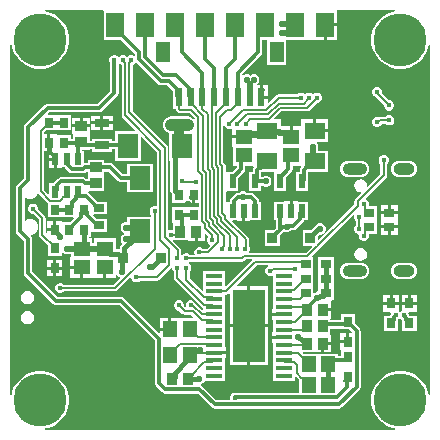
<source format=gbl>
%TF.GenerationSoftware,Altium Limited,Altium Designer,25.6.2 (33)*%
G04 Layer_Physical_Order=4*
G04 Layer_Color=16711680*
%FSLAX45Y45*%
%MOMM*%
%TF.SameCoordinates,DF3DBB3C-48A9-464C-9951-F34C30E37C37*%
%TF.FilePolarity,Positive*%
%TF.FileFunction,Copper,L4,Bot,Signal*%
%TF.Part,Single*%
G01*
G75*
%TA.AperFunction,SMDPad,CuDef*%
%ADD13R,1.50000X2.00000*%
%ADD15R,1.00000X0.90000*%
%ADD16R,0.90000X0.80000*%
%ADD19R,1.40000X1.30000*%
%ADD20R,0.90000X1.00000*%
%ADD24R,0.80000X0.90000*%
%TA.AperFunction,Conductor*%
%ADD31C,0.45000*%
%ADD32C,0.50000*%
%ADD33C,0.30000*%
%ADD34C,0.15000*%
%ADD36C,0.40000*%
%TA.AperFunction,ComponentPad*%
%ADD40O,2.10000X1.00000*%
%ADD41O,1.80000X1.00000*%
%TA.AperFunction,ViaPad*%
%ADD42C,4.50000*%
%ADD43C,0.55000*%
%ADD44C,0.45000*%
%TA.AperFunction,SMDPad,CuDef*%
%ADD51R,1.80000X1.40000*%
%ADD52R,0.60000X1.55000*%
%ADD53R,0.60000X1.20000*%
%ADD54R,1.47500X0.45000*%
%ADD55R,2.75000X6.20000*%
%ADD56R,1.30000X0.70000*%
%ADD57R,0.60000X1.00000*%
%ADD58R,1.20000X1.40000*%
%ADD59R,1.80000X2.10000*%
%ADD60R,0.88001X0.95999*%
%ADD61R,1.80000X2.00000*%
%ADD62R,0.94000X0.67000*%
%ADD63R,1.30000X1.40000*%
%ADD64R,1.20000X1.80000*%
%TA.AperFunction,Conductor*%
%ADD65C,0.60000*%
%ADD66C,0.20000*%
%ADD67C,1.00000*%
%ADD68C,0.85000*%
%ADD69R,0.60000X0.75304*%
G36*
X4905760Y4641000D02*
X4878536Y4635585D01*
X4833949Y4617116D01*
X4793822Y4590304D01*
X4759696Y4556179D01*
X4732884Y4516051D01*
X4714415Y4471464D01*
X4705000Y4424131D01*
Y4375870D01*
X4714415Y4328536D01*
X4732884Y4283949D01*
X4759696Y4243822D01*
X4793822Y4209696D01*
X4833949Y4182884D01*
X4878536Y4164415D01*
X4925869Y4155000D01*
X4974131D01*
X5021464Y4164415D01*
X5066051Y4182884D01*
X5106179Y4209696D01*
X5140304Y4243822D01*
X5167116Y4283949D01*
X5185585Y4328536D01*
X5191000Y4355760D01*
X5200000Y4354874D01*
Y1395126D01*
X5191000Y1394240D01*
X5185585Y1421464D01*
X5167116Y1466051D01*
X5140304Y1506179D01*
X5106179Y1540304D01*
X5066051Y1567116D01*
X5021464Y1585585D01*
X4974131Y1595000D01*
X4925869D01*
X4878536Y1585585D01*
X4833949Y1567116D01*
X4793822Y1540304D01*
X4759696Y1506179D01*
X4732884Y1466051D01*
X4714415Y1421464D01*
X4705000Y1374131D01*
Y1325870D01*
X4714415Y1278536D01*
X4732884Y1233949D01*
X4759696Y1193822D01*
X4793822Y1159696D01*
X4833949Y1132884D01*
X4878536Y1114415D01*
X4905760Y1109000D01*
X4904874Y1100000D01*
X1945126D01*
X1944240Y1109000D01*
X1971464Y1114415D01*
X2016051Y1132884D01*
X2056179Y1159696D01*
X2090304Y1193822D01*
X2117116Y1233949D01*
X2135585Y1278536D01*
X2145000Y1325870D01*
Y1374131D01*
X2135585Y1421464D01*
X2117116Y1466051D01*
X2090304Y1506179D01*
X2056179Y1540304D01*
X2016051Y1567116D01*
X1971464Y1585585D01*
X1924131Y1595000D01*
X1875870D01*
X1828536Y1585585D01*
X1783949Y1567116D01*
X1743822Y1540304D01*
X1709696Y1506179D01*
X1682884Y1466051D01*
X1664415Y1421464D01*
X1659000Y1394240D01*
X1650000Y1395126D01*
Y4354873D01*
X1659000Y4355760D01*
X1664415Y4328536D01*
X1682884Y4283949D01*
X1709696Y4243821D01*
X1743822Y4209696D01*
X1783949Y4182883D01*
X1828536Y4164415D01*
X1875870Y4155000D01*
X1924131D01*
X1971464Y4164415D01*
X2016051Y4182883D01*
X2056179Y4209696D01*
X2090304Y4243821D01*
X2117116Y4283949D01*
X2135585Y4328536D01*
X2145000Y4375869D01*
Y4424130D01*
X2135585Y4471463D01*
X2117116Y4516051D01*
X2090304Y4556178D01*
X2056179Y4590303D01*
X2016051Y4617116D01*
X1971464Y4635584D01*
X1944237Y4641000D01*
X1945124Y4650000D01*
X2434083D01*
X2441000Y4644973D01*
Y4400000D01*
X2585506D01*
X2704314Y4281191D01*
Y4267548D01*
X2696000Y4264104D01*
X2694074Y4266030D01*
X2678454Y4272500D01*
X2661546D01*
X2645926Y4266030D01*
X2635000Y4255104D01*
X2624074Y4266030D01*
X2608454Y4272500D01*
X2591546D01*
X2575926Y4266030D01*
X2565000Y4255104D01*
X2554074Y4266030D01*
X2538454Y4272500D01*
X2521546D01*
X2505926Y4266030D01*
X2493970Y4254074D01*
X2487500Y4238454D01*
Y4221546D01*
X2493970Y4205926D01*
X2494314Y4205582D01*
Y3964782D01*
X2387719Y3858186D01*
X1964908D01*
X1951252Y3855469D01*
X1939675Y3847734D01*
X1774766Y3682826D01*
X1767031Y3671248D01*
X1764314Y3657592D01*
Y3229467D01*
X1708495Y3173648D01*
X1700759Y3162070D01*
X1698043Y3148414D01*
Y2781087D01*
X1700759Y2767431D01*
X1708495Y2755853D01*
X1764314Y2700034D01*
Y2425000D01*
X1767031Y2411344D01*
X1774766Y2399766D01*
X2012206Y2162326D01*
X2023784Y2154591D01*
X2037440Y2151874D01*
X2572658D01*
X2869308Y1855224D01*
Y1495509D01*
X2872025Y1481852D01*
X2879761Y1470275D01*
X2935269Y1414766D01*
X2946847Y1407031D01*
X2960503Y1404314D01*
X3235219D01*
X3352267Y1287266D01*
X3363844Y1279531D01*
X3377500Y1276814D01*
X4430000D01*
X4443656Y1279531D01*
X4455234Y1287266D01*
X4605236Y1437269D01*
X4612972Y1448846D01*
X4615689Y1462503D01*
Y1932497D01*
X4612972Y1946154D01*
X4605236Y1957731D01*
X4565003Y1997965D01*
Y2077497D01*
X4445003D01*
Y2025686D01*
X4357498D01*
Y2037098D01*
X4362898D01*
Y2099798D01*
X4292498D01*
Y2125198D01*
X4362898D01*
Y2187897D01*
X4369992Y2192499D01*
X4385001D01*
Y2312498D01*
X4385001D01*
Y2317500D01*
X4385001D01*
Y2437498D01*
X4385001D01*
Y2442500D01*
X4385001D01*
Y2562499D01*
X4255001D01*
Y2442500D01*
X4255001D01*
Y2437498D01*
X4255001D01*
Y2317500D01*
X4255001D01*
Y2312498D01*
X4255001D01*
Y2270447D01*
X4253648Y2270178D01*
X4240417Y2261337D01*
X4240416Y2261336D01*
X4236305Y2257226D01*
X4232975D01*
X4224004Y2253510D01*
X4215004Y2259524D01*
Y2312498D01*
X4215004Y2312499D01*
Y2317500D01*
X4215004D01*
X4215004Y2321499D01*
Y2437498D01*
X4215004Y2437499D01*
Y2442500D01*
X4215004D01*
X4215004Y2446499D01*
Y2562499D01*
X4208313D01*
X4204869Y2570814D01*
X4263729Y2629674D01*
X4263730Y2629674D01*
X4551630Y2917574D01*
X4559260Y2912476D01*
X4557592Y2908450D01*
Y2891543D01*
X4564062Y2875923D01*
X4572055Y2867930D01*
Y2832067D01*
X4564066Y2824077D01*
X4557596Y2808457D01*
Y2791550D01*
X4564066Y2775929D01*
X4576021Y2763974D01*
X4591642Y2757504D01*
X4593149D01*
X4598149Y2750020D01*
X4597500Y2748454D01*
Y2731546D01*
X4603970Y2715926D01*
X4615926Y2703970D01*
X4631546Y2697500D01*
X4648454D01*
X4664074Y2703970D01*
X4676030Y2715926D01*
X4682500Y2731546D01*
Y2748453D01*
X4686741Y2754800D01*
X4752596D01*
Y2874799D01*
X4752596Y2874800D01*
Y2875200D01*
X4752596D01*
X4752596Y2883800D01*
Y2995200D01*
X4686741D01*
X4682500Y3001547D01*
Y3018454D01*
X4676030Y3034074D01*
X4664074Y3046030D01*
X4658050Y3048525D01*
X4656294Y3057352D01*
X4829826Y3230884D01*
X4835904Y3239980D01*
X4838039Y3250710D01*
Y3347935D01*
X4846030Y3355926D01*
X4852500Y3371546D01*
Y3388454D01*
X4846030Y3404074D01*
X4834074Y3416030D01*
X4818454Y3422500D01*
X4801546D01*
X4785926Y3416030D01*
X4773970Y3404074D01*
X4767500Y3388454D01*
Y3371546D01*
X4773970Y3355926D01*
X4781961Y3347935D01*
Y3262324D01*
X4675577Y3155940D01*
X4667640Y3160182D01*
X4668400Y3164003D01*
X4664227Y3184982D01*
X4652343Y3202768D01*
X4634557Y3214652D01*
X4613578Y3218825D01*
X4592598Y3214652D01*
X4574812Y3202768D01*
X4562928Y3184982D01*
X4558755Y3164003D01*
X4562928Y3143023D01*
X4574812Y3125237D01*
X4592598Y3113353D01*
X4613578Y3109180D01*
X4617398Y3109940D01*
X4621640Y3102003D01*
X4570174Y3050537D01*
X4564096Y3041440D01*
X4561962Y3030710D01*
Y3007211D01*
X4260827Y2706077D01*
X4252513Y2709521D01*
Y2735323D01*
X4266953Y2749764D01*
X4279448D01*
X4296907Y2756995D01*
X4310268Y2770357D01*
X4317500Y2787815D01*
Y2806712D01*
X4310268Y2824170D01*
X4296907Y2837532D01*
X4279448Y2844763D01*
X4260552D01*
X4243094Y2837532D01*
X4236296Y2830734D01*
X4225068Y2823232D01*
X4225067Y2823231D01*
X4194836Y2793000D01*
X4124512D01*
Y2657001D01*
X4199992D01*
X4203436Y2648686D01*
X4152788Y2598038D01*
X3674900D01*
X3671490Y2607038D01*
X3677500Y2621546D01*
Y2638454D01*
X3671029Y2654074D01*
X3668779Y2656325D01*
Y2710369D01*
X3666644Y2721099D01*
X3660566Y2730195D01*
X3529075Y2861687D01*
X3532519Y2870002D01*
X3569600D01*
Y2864602D01*
X3612300D01*
Y2950001D01*
X3637700D01*
Y2864602D01*
X3680400D01*
Y2870002D01*
X3770001D01*
Y3030001D01*
X3755687D01*
Y3037432D01*
X3752970Y3051089D01*
X3745235Y3062666D01*
X3712667Y3095234D01*
X3701090Y3102969D01*
X3687433Y3105686D01*
X3651489D01*
X3646907Y3110268D01*
X3629448Y3117500D01*
X3610552D01*
X3593094Y3110268D01*
X3588459Y3105634D01*
X3577522D01*
X3563865Y3102917D01*
X3552288Y3095182D01*
X3515373Y3058267D01*
X3507638Y3046689D01*
X3504921Y3033033D01*
Y3030001D01*
X3479999D01*
X3473038Y3034924D01*
Y3115076D01*
X3479999Y3119999D01*
X3579999D01*
Y3229531D01*
X3627661Y3277194D01*
X3635397Y3288771D01*
X3638113Y3302427D01*
Y3335000D01*
X3706810D01*
X3710538Y3326000D01*
X3709767Y3325230D01*
X3702032Y3313653D01*
X3699315Y3299996D01*
Y3279998D01*
X3670001D01*
Y3119999D01*
X3770001D01*
Y3165748D01*
X3779949D01*
X3784532Y3161165D01*
X3801990Y3153933D01*
X3820887D01*
X3838345Y3161165D01*
X3851707Y3174527D01*
X3858938Y3191985D01*
Y3210882D01*
X3851707Y3228340D01*
X3838345Y3241702D01*
X3820887Y3248933D01*
X3801990D01*
X3784532Y3241702D01*
X3779949Y3237119D01*
X3770687D01*
Y3279445D01*
X3773466Y3279998D01*
X3879999D01*
Y3119999D01*
X3979999D01*
Y3229531D01*
X4027661Y3277194D01*
X4035397Y3288771D01*
X4038113Y3302427D01*
Y3335000D01*
X4106810D01*
X4110538Y3326000D01*
X4109767Y3325230D01*
X4102032Y3313653D01*
X4099315Y3299996D01*
Y3279998D01*
X4070001D01*
Y3119999D01*
X4170001D01*
Y3211551D01*
X4170687Y3214998D01*
Y3279998D01*
X4335002D01*
Y3459998D01*
X4255882D01*
Y3476645D01*
X4257500Y3480552D01*
Y3499448D01*
X4250268Y3516906D01*
X4241572Y3525603D01*
X4245300Y3534603D01*
X4340402D01*
Y3617302D01*
X4225002D01*
Y3630002D01*
X4212302D01*
Y3725402D01*
X4109603D01*
Y3670400D01*
X4037703D01*
Y3580000D01*
X4012303D01*
Y3670400D01*
X3940402D01*
Y3725402D01*
X3886160D01*
X3882715Y3733717D01*
X3944926Y3795928D01*
X4156262D01*
X4161460Y3796962D01*
X4163006D01*
X4173736Y3799096D01*
X4182833Y3805174D01*
X4245159Y3867500D01*
X4250749D01*
X4266370Y3873970D01*
X4278325Y3885926D01*
X4284796Y3901546D01*
Y3918454D01*
X4278325Y3934074D01*
X4266370Y3946030D01*
X4250749Y3952500D01*
X4233842D01*
X4218222Y3946030D01*
X4209796Y3937604D01*
X4201370Y3946030D01*
X4185750Y3952500D01*
X4168842D01*
X4153222Y3946030D01*
X4144796Y3937604D01*
X4136370Y3946030D01*
X4120750Y3952500D01*
X4103842D01*
X4088222Y3946030D01*
X4080231Y3938039D01*
X3920352D01*
X3909622Y3935904D01*
X3900525Y3929826D01*
X3838714Y3868015D01*
X3830399Y3871459D01*
Y3898339D01*
X3774999D01*
Y3911039D01*
X3762299D01*
Y4013939D01*
X3743714D01*
X3739986Y4022939D01*
X3750141Y4033094D01*
X3757372Y4050552D01*
Y4069448D01*
X3750141Y4086906D01*
X3736779Y4100268D01*
X3719320Y4107500D01*
X3700424D01*
X3682966Y4100268D01*
X3679936Y4097239D01*
X3676907Y4100268D01*
X3659448Y4107500D01*
X3640552D01*
X3623094Y4100268D01*
X3622118Y4099293D01*
X3612777Y4102680D01*
X3612145Y4107934D01*
X3771234Y4267022D01*
X3778969Y4278600D01*
X3781686Y4292256D01*
Y4400000D01*
X3825002D01*
Y4188536D01*
X3985001D01*
Y4400000D01*
X4213600D01*
Y4399573D01*
X4301300D01*
Y4524973D01*
X4314000D01*
Y4537673D01*
X4414400D01*
Y4650000D01*
X4904874D01*
X4905760Y4641000D01*
D02*
G37*
G36*
X2898093Y4024766D02*
X2909670Y4017031D01*
X2923327Y4014314D01*
X2975218D01*
X3024315Y3965218D01*
Y3926039D01*
X3025001Y3922591D01*
Y3813539D01*
X3047606D01*
X3049097Y3806046D01*
X3055174Y3796950D01*
X3065912Y3786212D01*
X3075008Y3780134D01*
X3085738Y3778000D01*
X3168387D01*
X3208901Y3737486D01*
X3208279Y3733821D01*
X3203906Y3731781D01*
X3198655Y3730899D01*
X3185302Y3741145D01*
X3168274Y3748198D01*
X3150000Y3750604D01*
X3010000D01*
X2991727Y3748198D01*
X2974698Y3741145D01*
X2960076Y3729924D01*
X2948855Y3715302D01*
X2941802Y3698274D01*
X2939396Y3680000D01*
X2941802Y3661726D01*
X2948855Y3644698D01*
X2960076Y3630076D01*
X2974698Y3618855D01*
X2991727Y3611802D01*
X2994295Y3611464D01*
Y3377396D01*
X3001716D01*
Y3122500D01*
X3001716Y3122499D01*
X3004821Y3106891D01*
X3013661Y3093660D01*
X3015000Y3092322D01*
Y3019999D01*
X3134600D01*
Y3014599D01*
X3187300D01*
Y3084999D01*
X3212700D01*
Y3014599D01*
X3241961D01*
Y2980001D01*
X3140001D01*
Y2980002D01*
X3134999D01*
Y2980001D01*
X3015000D01*
Y2850002D01*
X3015572D01*
X3022500Y2845000D01*
Y2793183D01*
X3015017Y2788183D01*
X3014395Y2788441D01*
X2997488D01*
X2990522Y2785556D01*
X2983039Y2790556D01*
Y3485000D01*
X2980904Y3495730D01*
X2974826Y3504826D01*
X2683039Y3796614D01*
Y4189399D01*
X2694074Y4193970D01*
X2705646Y4205543D01*
X2707351Y4206697D01*
X2716112Y4206748D01*
X2898093Y4024766D01*
D02*
G37*
G36*
X2575926Y4193970D02*
X2591546Y4187500D01*
X2591962D01*
Y3760578D01*
X2594096Y3749848D01*
X2600174Y3740751D01*
X2705215Y3635711D01*
X2701770Y3627396D01*
X2534291D01*
Y3543071D01*
X2509292D01*
Y3562385D01*
X2339293D01*
Y3543071D01*
X2319293D01*
Y3599484D01*
X2324693D01*
Y3657184D01*
X2173893D01*
Y3599484D01*
X2179293D01*
Y3563076D01*
X2159293D01*
Y3592390D01*
X2039693D01*
Y3597785D01*
X1986993D01*
Y3527385D01*
X1961593D01*
Y3597785D01*
X1934831D01*
Y3613273D01*
X1953945Y3632387D01*
X2034292D01*
Y3632387D01*
X2039293Y3632387D01*
Y3632387D01*
X2159293D01*
Y3762387D01*
X2039293D01*
Y3762388D01*
X2034292Y3762387D01*
Y3762387D01*
X1967021D01*
X1963577Y3770702D01*
X1979690Y3786814D01*
X2402500D01*
X2416156Y3789531D01*
X2427734Y3797266D01*
X2555234Y3924766D01*
X2562969Y3936344D01*
X2565686Y3950000D01*
Y4192451D01*
X2574000Y4195896D01*
X2575926Y4193970D01*
D02*
G37*
G36*
X2891962Y3448964D02*
Y2995004D01*
X2884479Y2990004D01*
X2878454Y2992500D01*
X2861546D01*
X2845926Y2986030D01*
X2833970Y2974074D01*
X2827500Y2958454D01*
Y2941546D01*
X2833970Y2925926D01*
X2841962Y2917935D01*
Y2897388D01*
X2639293D01*
Y2857500D01*
X2620552D01*
X2603094Y2850268D01*
X2589732Y2836906D01*
X2582500Y2819448D01*
Y2800552D01*
X2589732Y2783093D01*
X2603094Y2769732D01*
X2614829Y2764871D01*
Y2755129D01*
X2603094Y2750268D01*
X2589732Y2736906D01*
X2582500Y2719448D01*
Y2700552D01*
X2589732Y2683093D01*
X2598527Y2674298D01*
X2586380Y2662152D01*
X2577539Y2648921D01*
X2574435Y2633314D01*
X2574035Y2632918D01*
X2567478Y2627536D01*
X2564293Y2628169D01*
X2564292Y2628169D01*
X2539292D01*
Y2717386D01*
X2359293D01*
Y2678267D01*
X2341794D01*
Y2717386D01*
X2315076D01*
Y2727388D01*
X2334293D01*
Y2774886D01*
X2466293D01*
Y2881886D01*
X2382760D01*
X2350074Y2914572D01*
X2353518Y2922886D01*
X2466293D01*
Y3029886D01*
X2391761D01*
X2316528Y3105119D01*
X2307900Y3110884D01*
X2310630Y3119884D01*
X2444293D01*
Y3249883D01*
X2444293D01*
Y3254886D01*
X2444293D01*
Y3284199D01*
X2480683D01*
X2562731Y3202151D01*
X2574309Y3194415D01*
X2587965Y3191698D01*
X2639293D01*
Y3107384D01*
X2859292D01*
Y3347384D01*
X2639293D01*
Y3263070D01*
X2602746D01*
X2520698Y3345119D01*
X2509120Y3352854D01*
X2495464Y3355571D01*
X2444293D01*
Y3384885D01*
X2304293D01*
Y3355571D01*
X2278790D01*
X2276251Y3355066D01*
X2269294Y3360775D01*
Y3459886D01*
X2254979D01*
Y3469888D01*
X2319293D01*
Y3471699D01*
X2339293D01*
Y3452385D01*
X2509292D01*
Y3471699D01*
X2534291D01*
Y3377396D01*
X2754290D01*
Y3574876D01*
X2762605Y3578320D01*
X2891962Y3448964D01*
D02*
G37*
G36*
X3463970Y3665926D02*
X3475926Y3653970D01*
X3491546Y3647500D01*
X3508454D01*
X3520603Y3652532D01*
X3529603Y3647740D01*
Y3592700D01*
X3625003D01*
Y3567300D01*
X3529603D01*
Y3489600D01*
X3535003D01*
Y3335000D01*
X3566742D01*
Y3317209D01*
X3529531Y3279998D01*
X3479999D01*
X3473038Y3284921D01*
Y3330197D01*
X3470904Y3340927D01*
X3464826Y3350024D01*
X3451297Y3363553D01*
Y3673005D01*
X3460297Y3674795D01*
X3463970Y3665926D01*
D02*
G37*
G36*
X1973892Y3402586D02*
X2029292D01*
Y3389886D01*
X2041992D01*
Y3314486D01*
X2084692D01*
Y3319886D01*
X2108456D01*
X2114059Y3311501D01*
X2145907Y3279653D01*
X2157485Y3271917D01*
X2171141Y3269200D01*
X2263791D01*
X2277447Y3271917D01*
X2289025Y3279653D01*
X2293571Y3284199D01*
X2304293D01*
Y3254886D01*
X2304292D01*
Y3249883D01*
X2304293D01*
Y3220570D01*
X2293574D01*
X2289025Y3225119D01*
X2277447Y3232855D01*
X2263791Y3235571D01*
X2076431D01*
X2062775Y3232855D01*
X2051198Y3225119D01*
X2019058Y3192980D01*
X2013650Y3184885D01*
X1979292D01*
Y3097406D01*
X1970977Y3093962D01*
X1934831Y3130108D01*
Y3456985D01*
X1973892D01*
Y3402586D01*
D02*
G37*
G36*
X1888589Y3097045D02*
X1964293Y3021341D01*
Y2897385D01*
X2084292D01*
Y2897384D01*
X2089293D01*
Y2897385D01*
X2182566D01*
X2186010Y2889070D01*
X2154328Y2857387D01*
X2089693D01*
Y2862788D01*
X2036993D01*
Y2792388D01*
X2024293D01*
Y2779688D01*
X1958893D01*
Y2765918D01*
X1949893Y2761421D01*
X1946805Y2763739D01*
Y2891233D01*
X1944670Y2901963D01*
X1938593Y2911060D01*
X1882500Y2967153D01*
Y2978454D01*
X1876030Y2994074D01*
X1864074Y3006030D01*
X1848454Y3012500D01*
X1831546D01*
X1815926Y3006030D01*
X1803970Y2994074D01*
X1797500Y2978454D01*
Y2961546D01*
X1803970Y2945926D01*
X1815926Y2933970D01*
X1831546Y2927500D01*
X1842847D01*
X1890728Y2879620D01*
Y2816211D01*
X1881728Y2815621D01*
X1879565Y2832051D01*
X1872887Y2848172D01*
X1862264Y2862016D01*
X1848421Y2872638D01*
X1832300Y2879316D01*
X1814999Y2881594D01*
X1797699Y2879316D01*
X1781578Y2872638D01*
X1777486Y2869498D01*
X1769414Y2873479D01*
Y3056022D01*
X1777486Y3060003D01*
X1781578Y3056863D01*
X1797699Y3050185D01*
X1814999Y3047907D01*
X1832300Y3050185D01*
X1848421Y3056863D01*
X1862264Y3067485D01*
X1872887Y3081329D01*
X1878566Y3095039D01*
X1882618Y3096789D01*
X1884911Y3097210D01*
X1888589Y3097045D01*
D02*
G37*
G36*
X3235200Y2699600D02*
X3292900D01*
Y2755689D01*
X3301215Y2759133D01*
X3327312Y2733035D01*
X3321160Y2726884D01*
X3314690Y2711263D01*
Y2694356D01*
X3321160Y2678736D01*
X3333116Y2666780D01*
X3339140Y2664285D01*
X3340896Y2655458D01*
X3313477Y2628038D01*
X3282065D01*
X3274074Y2636030D01*
X3258454Y2642500D01*
X3241546D01*
X3225926Y2636030D01*
X3213970Y2624074D01*
X3207500Y2608454D01*
Y2591546D01*
X3209996Y2585522D01*
X3204996Y2578039D01*
X3172065D01*
X3164074Y2586030D01*
X3148454Y2592500D01*
X3131546D01*
X3115926Y2586030D01*
X3105244Y2575347D01*
X3101090Y2574773D01*
X3093039Y2580181D01*
Y2616172D01*
X3090904Y2626902D01*
X3084826Y2635998D01*
X3024824Y2696000D01*
X3028552Y2705000D01*
X3152100D01*
Y2699600D01*
X3209800D01*
Y2775000D01*
X3235200D01*
Y2699600D01*
D02*
G37*
G36*
X3698217Y2532961D02*
X3477065Y2311808D01*
X3468750Y2315252D01*
Y2442500D01*
X3281250D01*
Y2357500D01*
Y2280023D01*
X3272936Y2276579D01*
X3168039Y2381476D01*
Y2437935D01*
X3176030Y2445926D01*
X3182500Y2461546D01*
Y2478454D01*
X3176030Y2494074D01*
X3165347Y2504756D01*
X3164623Y2510000D01*
X3165347Y2515244D01*
X3172065Y2521961D01*
X3608736D01*
X3619466Y2524096D01*
X3628562Y2530174D01*
X3640349Y2541961D01*
X3694489D01*
X3698217Y2532961D01*
D02*
G37*
G36*
X1890728Y2813291D02*
Y2747912D01*
X1892862Y2737182D01*
X1898940Y2728086D01*
X1964293Y2662734D01*
Y2572386D01*
X2084293D01*
Y2595805D01*
X2093292Y2599533D01*
X2103094Y2589732D01*
X2120552Y2582500D01*
X2139448D01*
X2145664Y2585075D01*
X2161795D01*
Y2562786D01*
X2156395D01*
Y2485086D01*
X2251795D01*
Y2472386D01*
X2264495D01*
Y2381986D01*
X2347194D01*
Y2381986D01*
X2353893D01*
Y2381986D01*
X2436593D01*
Y2472386D01*
X2461993D01*
Y2381986D01*
X2544692D01*
Y2408992D01*
X2553692Y2410783D01*
X2554859Y2407966D01*
X2568221Y2394604D01*
X2576734Y2391078D01*
X2578846Y2380461D01*
X2523923Y2325539D01*
X2104565D01*
X2096574Y2333530D01*
X2080954Y2340000D01*
X2064046D01*
X2048426Y2333530D01*
X2036470Y2321574D01*
X2030000Y2305954D01*
Y2289046D01*
X2036470Y2273426D01*
X2048426Y2261470D01*
X2064046Y2255000D01*
X2080954D01*
X2096574Y2261470D01*
X2104565Y2269462D01*
X2535537D01*
X2546267Y2271596D01*
X2555363Y2277674D01*
X2661005Y2383316D01*
X2669320Y2379872D01*
Y2379727D01*
X2675790Y2364106D01*
X2687745Y2352150D01*
X2703366Y2345680D01*
X2720273D01*
X2735894Y2352150D01*
X2743885Y2360142D01*
X2887999D01*
X2898729Y2362276D01*
X2907825Y2368354D01*
X3008500Y2469029D01*
X3017500Y2465301D01*
Y2461546D01*
X3023970Y2445926D01*
X3031961Y2437935D01*
Y2384858D01*
X3034096Y2374128D01*
X3040174Y2365032D01*
X3270033Y2135173D01*
X3279129Y2129095D01*
X3281250Y2128673D01*
Y2115712D01*
X3272250Y2111984D01*
X3217901Y2166333D01*
X3212834Y2169719D01*
X3211030Y2174074D01*
X3199074Y2186030D01*
X3183454Y2192500D01*
X3166546D01*
X3150926Y2186030D01*
X3138970Y2174074D01*
X3132500Y2158454D01*
Y2144880D01*
X3123779Y2140874D01*
X3117500Y2147153D01*
Y2158454D01*
X3111030Y2174074D01*
X3099074Y2186030D01*
X3083454Y2192500D01*
X3066546D01*
X3050926Y2186030D01*
X3038970Y2174074D01*
X3032500Y2158454D01*
Y2141546D01*
X3038970Y2125926D01*
X3050926Y2113970D01*
X3066546Y2107500D01*
X3077847D01*
X3105174Y2080174D01*
X3114270Y2074096D01*
X3125000Y2071962D01*
X3182277D01*
X3205913Y2048325D01*
X3202469Y2040010D01*
X3092157D01*
X3085394Y2045411D01*
X3085394Y2045411D01*
X3085393Y2045410D01*
X3012694D01*
Y1950011D01*
X2999994D01*
Y1937311D01*
X2914594D01*
Y1922632D01*
X2906279Y1919188D01*
X2612673Y2212794D01*
X2601096Y2220529D01*
X2587440Y2223246D01*
X2052221D01*
X1835686Y2439782D01*
Y2714815D01*
X1832969Y2728472D01*
X1825234Y2740049D01*
X1824293Y2740990D01*
X1827185Y2749512D01*
X1832300Y2750186D01*
X1848421Y2756863D01*
X1862264Y2767486D01*
X1872887Y2781329D01*
X1879565Y2797451D01*
X1881728Y2813881D01*
X1890728Y2813291D01*
D02*
G37*
G36*
X3831926Y2480456D02*
X3827274Y2478529D01*
X3815318Y2466574D01*
X3808848Y2450953D01*
Y2434046D01*
X3815318Y2418425D01*
X3827274Y2406470D01*
X3842894Y2400000D01*
X3859802D01*
X3861366Y2400648D01*
X3868849Y2395647D01*
Y2292502D01*
Y2227503D01*
Y2122902D01*
X3863449D01*
Y2087702D01*
X3962599D01*
Y2062302D01*
X3863449D01*
Y2027102D01*
X3868849D01*
Y1927901D01*
X3863449D01*
Y1892701D01*
X3962599D01*
Y1867301D01*
X3863449D01*
Y1832101D01*
X3868849D01*
Y1707504D01*
Y1642500D01*
Y1577502D01*
Y1512503D01*
X4056349D01*
Y1545851D01*
X4064663Y1549295D01*
X4090003Y1523955D01*
Y1408186D01*
X3568869D01*
X3558454Y1412500D01*
X3541546D01*
X3525926Y1406030D01*
X3513970Y1394074D01*
X3507500Y1378454D01*
Y1361546D01*
X3509935Y1355669D01*
X3504935Y1348186D01*
X3392282D01*
X3275234Y1465234D01*
X3263657Y1472969D01*
X3260041Y1482204D01*
X3260235Y1482826D01*
X3276907Y1489732D01*
X3290269Y1503094D01*
X3294166Y1512503D01*
X3468750D01*
Y1577502D01*
Y1702104D01*
X3474150D01*
Y1737304D01*
X3375000D01*
Y1762704D01*
X3474150D01*
Y1797904D01*
X3468750D01*
Y1902500D01*
Y1967504D01*
Y2032502D01*
Y2097501D01*
Y2162499D01*
Y2241964D01*
X3474912D01*
X3485642Y2244099D01*
X3494738Y2250177D01*
X3497587Y2253026D01*
X3505902Y2249581D01*
Y1990202D01*
X3656102D01*
Y2312901D01*
X3569222D01*
X3565778Y2321216D01*
X3734018Y2489456D01*
X3830136D01*
X3831926Y2480456D01*
D02*
G37*
G36*
X4445003Y1947498D02*
X4514535D01*
X4540133Y1921900D01*
X4536405Y1912900D01*
X4517703D01*
Y1842501D01*
X4505003D01*
Y1829801D01*
X4439603D01*
Y1772100D01*
X4445003D01*
Y1725686D01*
X4420002D01*
Y1742499D01*
X4129655D01*
X4122970Y1749184D01*
X4126414Y1757499D01*
X4222098D01*
Y1752099D01*
X4279798D01*
Y1827499D01*
X4292498D01*
Y1840199D01*
X4362898D01*
Y1902899D01*
X4357498Y1905001D01*
Y1954314D01*
X4445003D01*
Y1947498D01*
D02*
G37*
%LPC*%
G36*
X4414400Y4512273D02*
X4326700D01*
Y4399573D01*
X4414400D01*
Y4512273D01*
D02*
G37*
G36*
X3830399Y4013939D02*
X3787699D01*
Y3923739D01*
X3830399D01*
Y4013939D01*
D02*
G37*
G36*
X4763243Y3999027D02*
X4746336D01*
X4730715Y3992557D01*
X4718760Y3980602D01*
X4712290Y3964981D01*
Y3948074D01*
X4718760Y3932453D01*
X4730715Y3920498D01*
X4743218Y3915319D01*
X4812290Y3846247D01*
Y3834946D01*
X4818760Y3819326D01*
X4830715Y3807370D01*
X4846336Y3800900D01*
X4863243D01*
X4878863Y3807370D01*
X4890819Y3819326D01*
X4897289Y3834946D01*
Y3851854D01*
X4890819Y3867474D01*
X4878863Y3879430D01*
X4863243Y3885900D01*
X4851942D01*
X4795086Y3942755D01*
X4797289Y3948074D01*
Y3964981D01*
X4790819Y3980602D01*
X4778864Y3992557D01*
X4763243Y3999027D01*
D02*
G37*
G36*
X4866025Y3759919D02*
X4849118D01*
X4833497Y3753449D01*
X4825506Y3745458D01*
X4777799D01*
X4767264Y3743362D01*
X4763243Y3745027D01*
X4746336D01*
X4730715Y3738557D01*
X4718760Y3726602D01*
X4712290Y3710981D01*
Y3694074D01*
X4718760Y3678453D01*
X4730715Y3666498D01*
X4746336Y3660028D01*
X4763243D01*
X4778864Y3666498D01*
X4790819Y3678453D01*
X4795346Y3689381D01*
X4825506D01*
X4833497Y3681390D01*
X4849118Y3674919D01*
X4866025D01*
X4881646Y3681390D01*
X4893601Y3693345D01*
X4900071Y3708966D01*
Y3725873D01*
X4893601Y3741493D01*
X4881646Y3753449D01*
X4866025Y3759919D01*
D02*
G37*
G36*
X4340402Y3725402D02*
X4237702D01*
Y3642702D01*
X4340402D01*
Y3725402D01*
D02*
G37*
G36*
X5021598Y3377607D02*
X4941598D01*
X4923325Y3375201D01*
X4906296Y3368148D01*
X4891674Y3356928D01*
X4880454Y3342305D01*
X4873400Y3325277D01*
X4870994Y3307003D01*
X4873400Y3288730D01*
X4880454Y3271701D01*
X4891674Y3257079D01*
X4906296Y3245859D01*
X4923325Y3238805D01*
X4941598Y3236399D01*
X5021598D01*
X5039872Y3238805D01*
X5056900Y3245859D01*
X5071522Y3257079D01*
X5082743Y3271701D01*
X5089796Y3288730D01*
X5092202Y3307003D01*
X5089796Y3325277D01*
X5082743Y3342305D01*
X5071522Y3356928D01*
X5056900Y3368148D01*
X5039872Y3375201D01*
X5021598Y3377607D01*
D02*
G37*
G36*
X4618590D02*
X4508590D01*
X4490317Y3375201D01*
X4473288Y3368148D01*
X4458666Y3356928D01*
X4447446Y3342305D01*
X4440392Y3325277D01*
X4437987Y3307003D01*
X4440392Y3288730D01*
X4447446Y3271701D01*
X4458666Y3257079D01*
X4473288Y3245859D01*
X4490317Y3238805D01*
X4508590Y3236399D01*
X4618590D01*
X4636864Y3238805D01*
X4653892Y3245859D01*
X4668515Y3257079D01*
X4679735Y3271701D01*
X4686788Y3288730D01*
X4689194Y3307003D01*
X4686788Y3325277D01*
X4679735Y3342305D01*
X4668515Y3356928D01*
X4653892Y3368148D01*
X4636864Y3375201D01*
X4618590Y3377607D01*
D02*
G37*
G36*
X4080400Y3035401D02*
X4037700D01*
Y2950001D01*
X4012300D01*
Y3035401D01*
X3969600D01*
Y3030001D01*
X3879999D01*
Y2870002D01*
X3894313D01*
Y2807289D01*
X3880024Y2793000D01*
X3802491D01*
Y2657001D01*
X3930492D01*
Y2742532D01*
X3965104Y2777145D01*
X3965875D01*
X3982849Y2770114D01*
X4001746D01*
X4019204Y2777345D01*
X4028570Y2786711D01*
X4044312D01*
X4057969Y2789428D01*
X4069546Y2797163D01*
X4130235Y2857852D01*
X4137970Y2869429D01*
X4138084Y2870002D01*
X4170001D01*
Y3030001D01*
X4080400D01*
Y3035401D01*
D02*
G37*
G36*
X4927993Y3000600D02*
X4870293D01*
Y2947900D01*
X4927993D01*
Y3000600D01*
D02*
G37*
G36*
X4844893D02*
X4787193D01*
Y2947900D01*
X4844893D01*
Y3000600D01*
D02*
G37*
G36*
X4927993Y2922500D02*
X4787193D01*
Y2869800D01*
Y2827500D01*
X4927993D01*
Y2869800D01*
Y2922500D01*
D02*
G37*
G36*
Y2802100D02*
X4870293D01*
Y2749400D01*
X4927993D01*
Y2802100D01*
D02*
G37*
G36*
X4844893D02*
X4787193D01*
Y2749400D01*
X4844893D01*
Y2802100D01*
D02*
G37*
G36*
X4613578Y2639832D02*
X4592598Y2635659D01*
X4574812Y2623775D01*
X4562928Y2605989D01*
X4558755Y2585010D01*
X4562928Y2564030D01*
X4574812Y2546244D01*
X4592598Y2534360D01*
X4613578Y2530187D01*
X4634557Y2534360D01*
X4652343Y2546244D01*
X4664227Y2564030D01*
X4668400Y2585010D01*
X4664227Y2605989D01*
X4652343Y2623775D01*
X4634557Y2635659D01*
X4613578Y2639832D01*
D02*
G37*
G36*
X5021598Y2513601D02*
X4941598D01*
X4923325Y2511195D01*
X4906296Y2504142D01*
X4891674Y2492921D01*
X4880454Y2478299D01*
X4873400Y2461270D01*
X4870994Y2442997D01*
X4873400Y2424723D01*
X4880454Y2407695D01*
X4891674Y2393072D01*
X4906296Y2381852D01*
X4923325Y2374799D01*
X4941598Y2372393D01*
X5021598D01*
X5039872Y2374799D01*
X5056900Y2381852D01*
X5071522Y2393072D01*
X5082743Y2407695D01*
X5089796Y2424723D01*
X5092202Y2442997D01*
X5089796Y2461270D01*
X5082743Y2478299D01*
X5071522Y2492921D01*
X5056900Y2504142D01*
X5039872Y2511195D01*
X5021598Y2513601D01*
D02*
G37*
G36*
X4618590D02*
X4508590D01*
X4490317Y2511195D01*
X4473288Y2504142D01*
X4458666Y2492921D01*
X4447446Y2478299D01*
X4440392Y2461270D01*
X4437987Y2442997D01*
X4440392Y2424723D01*
X4447446Y2407695D01*
X4458666Y2393072D01*
X4473288Y2381852D01*
X4490317Y2374799D01*
X4508590Y2372393D01*
X4618590D01*
X4636864Y2374799D01*
X4653892Y2381852D01*
X4668515Y2393072D01*
X4679735Y2407695D01*
X4686788Y2424723D01*
X4689194Y2442997D01*
X4686788Y2461270D01*
X4679735Y2478299D01*
X4668515Y2492921D01*
X4653892Y2504142D01*
X4636864Y2511195D01*
X4618590Y2513601D01*
D02*
G37*
G36*
X4937699Y2239401D02*
X4884999D01*
Y2181701D01*
X4937699D01*
Y2239401D01*
D02*
G37*
G36*
X4859599D02*
X4806899D01*
Y2181701D01*
X4859599D01*
Y2239401D01*
D02*
G37*
G36*
X5093101Y2239398D02*
X5040401D01*
Y2181699D01*
X5093101D01*
Y2239398D01*
D02*
G37*
G36*
X5015001D02*
X4962301D01*
Y2181699D01*
X5015001D01*
Y2239398D01*
D02*
G37*
G36*
X1795000Y2274455D02*
X1773044Y2270088D01*
X1754431Y2257651D01*
X1741994Y2239038D01*
X1737627Y2217082D01*
X1741994Y2195126D01*
X1754431Y2176513D01*
X1773044Y2164075D01*
X1795000Y2159708D01*
X1816956Y2164075D01*
X1835569Y2176513D01*
X1848006Y2195126D01*
X1852374Y2217082D01*
X1848006Y2239038D01*
X1835569Y2257651D01*
X1816956Y2270088D01*
X1795000Y2274455D01*
D02*
G37*
G36*
Y2104453D02*
X1773044Y2100086D01*
X1754431Y2087649D01*
X1741994Y2069035D01*
X1737627Y2047079D01*
X1741994Y2025123D01*
X1754431Y2006510D01*
X1773044Y1994073D01*
X1795000Y1989706D01*
X1816956Y1994073D01*
X1835569Y2006510D01*
X1848006Y2025123D01*
X1852374Y2047079D01*
X1848006Y2069035D01*
X1835569Y2087649D01*
X1816956Y2100086D01*
X1795000Y2104453D01*
D02*
G37*
G36*
X4937699Y2156301D02*
X4872299D01*
X4806899D01*
Y2098601D01*
X4866738D01*
X4872118Y2089601D01*
X4867500Y2078454D01*
Y2071641D01*
X4864330Y2066896D01*
X4863755Y2064003D01*
X4812299D01*
Y1934004D01*
X4932299D01*
Y2020555D01*
X4932985Y2024004D01*
Y2033519D01*
X4934074Y2033970D01*
X4944585Y2044481D01*
X4955096Y2033970D01*
X4967015Y2029033D01*
Y2024002D01*
X4967701Y2020553D01*
Y1934001D01*
X5087701D01*
Y2064001D01*
X5032049D01*
X5027935Y2070160D01*
X5021670Y2076424D01*
Y2078454D01*
X5017054Y2089598D01*
X5022434Y2098599D01*
X5093101D01*
Y2156299D01*
X5027701D01*
X4962301D01*
Y2109014D01*
X4955096Y2106030D01*
X4944585Y2095519D01*
X4937699Y2102405D01*
Y2156301D01*
D02*
G37*
G36*
X2514692Y3757787D02*
X2436993D01*
Y3710087D01*
X2514692D01*
Y3757787D01*
D02*
G37*
G36*
X2411593D02*
X2333893D01*
Y3710087D01*
X2411593D01*
Y3757787D01*
D02*
G37*
G36*
X2324693Y3740284D02*
X2261993D01*
Y3682584D01*
X2324693D01*
Y3740284D01*
D02*
G37*
G36*
X2236593D02*
X2173893D01*
Y3682584D01*
X2236593D01*
Y3740284D01*
D02*
G37*
G36*
X2514692Y3684687D02*
X2436993D01*
Y3636987D01*
X2514692D01*
Y3684687D01*
D02*
G37*
G36*
X2411593D02*
X2333893D01*
Y3636987D01*
X2411593D01*
Y3684687D01*
D02*
G37*
G36*
X2016592Y3377186D02*
X1973892D01*
Y3314486D01*
X2016592D01*
Y3377186D01*
D02*
G37*
G36*
X2011593Y2862788D02*
X1958893D01*
Y2805088D01*
X2011593D01*
Y2862788D01*
D02*
G37*
G36*
X2089693Y2537786D02*
X2036993D01*
Y2480086D01*
X2089693D01*
Y2537786D01*
D02*
G37*
G36*
X2011593D02*
X1958893D01*
Y2480086D01*
X2011593D01*
Y2537786D01*
D02*
G37*
G36*
X2089693Y2454686D02*
X2036993D01*
Y2396986D01*
X2089693D01*
Y2454686D01*
D02*
G37*
G36*
X2011593D02*
X1958893D01*
Y2396986D01*
X2011593D01*
Y2454686D01*
D02*
G37*
G36*
X2239095Y2459686D02*
X2156395D01*
Y2381986D01*
X2239095D01*
Y2459686D01*
D02*
G37*
G36*
X2987294Y2045410D02*
X2914594D01*
Y1962711D01*
X2987294D01*
Y2045410D01*
D02*
G37*
G36*
X3831702Y2312901D02*
X3681502D01*
Y1990202D01*
X3831702D01*
Y2312901D01*
D02*
G37*
G36*
Y1964802D02*
X3681502D01*
Y1642102D01*
X3831702D01*
Y1964802D01*
D02*
G37*
G36*
X3656102D02*
X3505902D01*
Y1642102D01*
X3656102D01*
Y1964802D01*
D02*
G37*
G36*
X4492303Y1912900D02*
X4439603D01*
Y1855201D01*
X4492303D01*
Y1912900D01*
D02*
G37*
G36*
X4362898Y1814799D02*
X4305198D01*
Y1752099D01*
X4362898D01*
Y1814799D01*
D02*
G37*
%LPD*%
D13*
X4314000Y4524973D02*
D03*
X4060000D02*
D03*
X3044000D02*
D03*
X3298000D02*
D03*
X2536000D02*
D03*
X2790000D02*
D03*
X3806000D02*
D03*
X3552000D02*
D03*
D15*
X2249293Y3669884D02*
D03*
Y3534888D02*
D03*
X2374293Y3184884D02*
D03*
Y3319885D02*
D03*
D16*
X4857593Y2935200D02*
D03*
Y2814800D02*
D03*
X4320001Y2252499D02*
D03*
Y2377499D02*
D03*
Y2502499D02*
D03*
X4687596Y2814800D02*
D03*
Y2935200D02*
D03*
X4150004Y2502499D02*
D03*
Y2377499D02*
D03*
Y2252499D02*
D03*
D19*
X3625003Y3580000D02*
D03*
X4025003D02*
D03*
X2449293Y2472386D02*
D03*
X2251795D02*
D03*
X2449293Y2632386D02*
D03*
X2251795D02*
D03*
X3625003Y3420000D02*
D03*
X4025003D02*
D03*
D20*
X4292498Y2112498D02*
D03*
Y1827499D02*
D03*
X3222500Y2775000D02*
D03*
X3019999Y1525000D02*
D03*
X4157502Y2112498D02*
D03*
X3154995Y1525000D02*
D03*
X4157502Y1827499D02*
D03*
Y1975000D02*
D03*
X4292498D02*
D03*
X3087500Y2775000D02*
D03*
D24*
X4872299Y2169001D02*
D03*
X5027701Y2168998D02*
D03*
X4505003Y1842500D02*
D03*
X3200000Y3084999D02*
D03*
X1974293Y3527385D02*
D03*
X2024293Y2792388D02*
D03*
Y2467386D02*
D03*
X3075000Y3084999D02*
D03*
X2024293Y2637386D02*
D03*
X2274293Y2792388D02*
D03*
X2099293Y3697387D02*
D03*
Y3527390D02*
D03*
X2274293Y2962390D02*
D03*
X2149293Y2962385D02*
D03*
Y2792388D02*
D03*
X1974293Y3697387D02*
D03*
X2024293Y2962385D02*
D03*
X3075000Y2915002D02*
D03*
X3200000D02*
D03*
X4505003Y1542500D02*
D03*
Y1712497D02*
D03*
Y2012497D02*
D03*
X5027701Y1999001D02*
D03*
X4872299Y1999004D02*
D03*
D31*
X4292498Y1827499D02*
X4293747Y1826250D01*
X2249647Y3759647D02*
X2250000Y3760000D01*
X2249293Y3669884D02*
X2249647Y3670238D01*
X3137500Y1682511D02*
X3175000Y1720011D01*
X3137500Y1677413D02*
Y1682511D01*
X3042499Y1582412D02*
X3137500Y1677413D01*
X3042499Y1547500D02*
Y1582412D01*
X3019999Y1525000D02*
X3042499Y1547500D01*
X4115207Y1854999D02*
X4135002D01*
X4085000Y1882500D02*
X4087706D01*
X4135002Y1854999D02*
X4157502Y1832499D01*
X4087706Y1882500D02*
X4115207Y1854999D01*
X4157502Y1827499D02*
Y1832499D01*
X3158082Y1528087D02*
X3248087D01*
X3250000Y1530000D01*
X4335003Y1477499D02*
Y1652499D01*
D32*
X2630000Y2810000D02*
X2716680D01*
X2630000Y2710000D02*
X2691905D01*
X2694405Y2712500D01*
X2250365Y2630957D02*
X2251795Y2632386D01*
X2130957Y2630957D02*
X2250365D01*
X2251795Y2632386D02*
X2449293D01*
X2130000Y2630000D02*
X2130957Y2630957D01*
X3933331Y3614663D02*
X3934288Y3613706D01*
X3932375Y3615619D02*
X3933331Y3614663D01*
X3991297Y3613706D02*
X4025003Y3580000D01*
X3839386Y3615619D02*
X3932375D01*
X3825003Y3630002D02*
X3839386Y3615619D01*
X3934288Y3613706D02*
X3991297D01*
X3800001Y3605001D02*
X3825003Y3630002D01*
X3625003Y3580000D02*
X3650004Y3605001D01*
X4054973Y4530000D02*
X4060000Y4524973D01*
Y4510000D02*
Y4524973D01*
X4010000Y4460000D02*
X4060000Y4510000D01*
X3950000Y4530000D02*
X4054973D01*
X3950000Y4460000D02*
X4010000D01*
X4205003Y3369998D02*
X4210000Y3374995D01*
Y3490000D01*
D33*
X1993961Y3445217D02*
X2029292Y3409886D01*
X1975000Y3450000D02*
X1979783Y3445217D01*
X2029292Y3389886D02*
Y3409886D01*
X1979783Y3445217D02*
X1993961D01*
X4159305Y2110695D02*
Y2126608D01*
X1800000Y2425000D02*
X2037440Y2187560D01*
X4307498Y1990000D02*
X4482505D01*
X1800000Y2425000D02*
Y2714815D01*
X1733728Y2781087D02*
Y3148414D01*
X1800000Y3657592D02*
X1964908Y3822500D01*
X1733728Y2781087D02*
X1800000Y2714815D01*
Y3214686D02*
Y3657592D01*
X4482505Y1990000D02*
X4505003Y2012497D01*
X1733728Y3148414D02*
X1800000Y3214686D01*
X4254000Y4464973D02*
X4314000Y4524973D01*
X3774999Y3958539D02*
X3789999Y3973539D01*
X3774999Y3911039D02*
Y3958539D01*
X2402500Y3822500D02*
X2530000Y3950000D01*
X1964908Y3822500D02*
X2402500D01*
X5002701Y2024002D02*
X5027701Y1999001D01*
X4979170Y2068457D02*
X5002701Y2044926D01*
Y2024002D02*
Y2044926D01*
X4979170Y2068457D02*
Y2070000D01*
X4910000Y2065941D02*
Y2070000D01*
X4897299Y2053240D02*
X4910000Y2065941D01*
X4897299Y2024004D02*
Y2053240D01*
X4872299Y1999004D02*
X4897299Y2024004D01*
X3650000Y4053235D02*
X3669696Y4033539D01*
X3650000Y4053235D02*
Y4060000D01*
X3675000Y4025127D02*
X3709872Y4060000D01*
X3675000Y3911039D02*
Y4025127D01*
X3575000Y3911039D02*
Y4121256D01*
X3746000Y4292256D01*
Y4464973D01*
X4367504Y1690000D02*
X4482505D01*
X4505003Y1712497D01*
X4335003Y1657499D02*
X4367504Y1690000D01*
X3620000Y3070000D02*
X3687433D01*
X3720001Y3037432D01*
X4292498Y1975000D02*
X4307498Y1990000D01*
X3377500Y1312500D02*
X4430000D01*
X3552500Y1372500D02*
X4414501D01*
X3550000Y1370000D02*
X3552500Y1372500D01*
X4430000Y1312500D02*
X4580003Y1462503D01*
X3250000Y1440000D02*
X3377500Y1312500D01*
X4414501Y1372500D02*
X4501469Y1459468D01*
X2530000Y3950000D02*
Y4230000D01*
X2740000Y4233327D02*
X2923327Y4050000D01*
X2790000Y4254037D02*
X2944037Y4100000D01*
X2990000Y4050000D02*
X3060001Y3979999D01*
X2923327Y4050000D02*
X2990000D01*
X3050000Y4100000D02*
X3160001Y3990000D01*
X2944037Y4100000D02*
X3050000D01*
X3060001Y3926039D02*
Y3979999D01*
Y3926039D02*
X3075001Y3911039D01*
X3160001Y3926039D02*
Y3990000D01*
Y3926039D02*
X3175001Y3911039D01*
X2740000Y4233327D02*
Y4295973D01*
X2790000Y4254037D02*
Y4524973D01*
X2249292Y2901885D02*
Y2932390D01*
X2259545Y2942642D02*
X2290049D01*
X2174293Y2826885D02*
X2249292Y2901885D01*
Y2932390D02*
X2259545Y2942642D01*
X2149293Y2792388D02*
X2174293Y2817388D01*
Y2826885D01*
X2076431Y3199886D02*
X2263791D01*
X2044292Y3167746D02*
X2076431Y3199886D01*
X2029292Y3114886D02*
X2044292Y3129886D01*
Y3167746D01*
X4159305Y2126608D02*
X4242423Y2209726D01*
X2139293Y3336735D02*
Y3374886D01*
X2171141Y3304886D02*
X2263791D01*
X2124293Y3389886D02*
X2139293Y3374886D01*
Y3336735D02*
X2171141Y3304886D01*
X2219294Y3079885D02*
X2291295D01*
X2367292Y2994887D02*
Y3003888D01*
X2204294Y3079885D02*
X2219294D01*
X2291295D02*
X2367292Y3003888D01*
Y2994887D02*
X2385793Y2976386D01*
X2399293D01*
X2174293Y3022022D02*
X2204294Y3052023D01*
Y3079885D01*
X2149293Y2962385D02*
X2174293Y2987385D01*
Y3022022D01*
X3602427Y3302427D02*
Y3397425D01*
X3625003Y3420000D01*
X3529999Y3229999D02*
X3602427Y3302427D01*
X3929999Y3229999D02*
X4002427Y3302427D01*
Y3397425D01*
X4025003Y3420000D01*
X2536000Y4499973D02*
Y4524973D01*
Y4499973D02*
X2740000Y4295973D01*
X4120001Y3199998D02*
X4135001Y3214998D01*
Y3299996D02*
X4205003Y3369998D01*
X4135001Y3214998D02*
Y3299996D01*
X4580003Y1462503D02*
Y1932497D01*
X4501469Y1459468D02*
Y1538966D01*
X4505003Y1542500D01*
X2278793Y3184884D02*
X2374293D01*
X2263791Y3199886D02*
X2278793Y3184884D01*
X2263791Y3304886D02*
X2278790Y3319885D01*
X2495464D02*
X2587965Y3227384D01*
X2749293D01*
X2278790Y3319885D02*
X2374293D01*
X2495464D01*
X3769999Y3314994D02*
X3825003Y3369998D01*
X3735001Y3299996D02*
X3805003Y3369998D01*
X3721436Y3201433D02*
X3811438D01*
X3720001Y3199998D02*
X3721436Y3201433D01*
X4044312Y2822397D02*
X4105001Y2883086D01*
X3997081Y2822397D02*
X4044312D01*
X4105001Y2883086D02*
Y2935001D01*
X4120001Y2950001D01*
X3987514Y2812830D02*
X3997081Y2822397D01*
X3929999Y2792507D02*
X3950322Y2812830D01*
X3987514D01*
X3866491Y2728999D02*
X3929999Y2792507D01*
X3720001Y2950001D02*
Y3037432D01*
X3540607Y3033033D02*
X3577522Y3069948D01*
X3529999Y2950001D02*
X3540607Y2960610D01*
Y3033033D01*
X3577522Y3069948D02*
X3619948D01*
X3620000Y3070000D01*
X2960503Y1440000D02*
X3250000D01*
X3746000Y4464973D02*
X3806000Y4524973D01*
X3805003Y3369998D02*
X3825003D01*
X3735001Y3214998D02*
Y3299996D01*
X2904994Y1495509D02*
X2960503Y1440000D01*
X2037440Y2187560D02*
X2587440D01*
X2904994Y1870006D01*
Y1495509D02*
Y1870006D01*
X4505003Y2007497D02*
X4580003Y1932497D01*
X2299293Y2914885D02*
X2385793Y2828386D01*
X2399293D01*
X3720001Y3199998D02*
X3735001Y3214998D01*
X2424293Y3507385D02*
X2639302D01*
X2644291Y3502396D01*
X2276796Y3507385D02*
X2424293D01*
X2219294Y3389886D02*
Y3504889D01*
X2099293Y3527390D02*
X2241795D01*
X2219294Y3504889D02*
X2249293Y3534888D01*
X2276796Y3507385D01*
X2241795Y3527390D02*
X2249293Y3534888D01*
X3099293Y2789886D02*
X3111793Y2777386D01*
X3099293Y2917387D02*
X3224293D01*
X3099293Y2789886D02*
Y2917387D01*
X3275000Y3911039D02*
Y4121256D01*
X3104000Y4292256D02*
X3275000Y4121256D01*
X3044000Y4524973D02*
X3104000Y4464973D01*
Y4292256D02*
Y4464973D01*
X3298000Y4237756D02*
Y4524973D01*
Y4237756D02*
X3375000Y4160756D01*
Y3911039D02*
Y4160756D01*
X3552000Y4237756D02*
Y4524973D01*
X3475000Y4160756D02*
X3552000Y4237756D01*
X3475000Y3911039D02*
Y4160756D01*
X3866491Y2725000D02*
Y2728999D01*
X3929999Y2792507D02*
Y2950001D01*
X3529999Y3199998D02*
Y3229999D01*
X3929999Y3199998D02*
Y3229999D01*
X2219294Y3094885D02*
Y3114886D01*
X2274293Y2962390D02*
X2299293Y2937390D01*
Y2914885D02*
Y2937390D01*
X2024293Y2962385D02*
X2149293D01*
X1974293Y3697387D02*
X1974293Y3697387D01*
X2099293D01*
D34*
X4058614Y2010003D02*
X4159305Y2110695D01*
X3158082Y1528087D02*
X3192495Y1562500D01*
X3154995Y1525000D02*
X3158082Y1528087D01*
X1840000Y2970000D02*
X1918766Y2891233D01*
X1906792Y3118494D02*
Y3624887D01*
X1918766Y2747912D02*
X2024293Y2642386D01*
X1906792Y3118494D02*
X1987901Y3037385D01*
X1918766Y2747912D02*
Y2891233D01*
X3087494Y1827510D02*
X3362492D01*
X3375000Y1815002D01*
X2999994Y1740010D02*
X3087494Y1827510D01*
X3330000Y2823120D02*
Y2850889D01*
X3375000Y2904884D02*
Y3301203D01*
X3340000Y2890386D02*
X3365000Y2865386D01*
X3283258Y3293949D02*
X3305000Y3272208D01*
X3410000Y2919381D02*
X3435000Y2894381D01*
X3305000Y2875889D02*
Y3272208D01*
X3270000Y2861392D02*
Y3257711D01*
X3410000Y2919381D02*
Y3315700D01*
X3423258Y3748258D02*
X3481039Y3806039D01*
X3270000Y2861392D02*
X3295000Y2836391D01*
X3340000Y2890386D02*
Y3286705D01*
X3388258Y3776797D02*
X3475000Y3863539D01*
X3470000Y2881109D02*
Y2908878D01*
X3375000Y2904884D02*
X3400000Y2879883D01*
X3388258Y3337441D02*
Y3776797D01*
X3295000Y2805000D02*
Y2836391D01*
X3318258Y3308447D02*
X3340000Y3286705D01*
X3353258Y3889297D02*
X3375000Y3911039D01*
X3444999Y2933878D02*
Y3330197D01*
X3353258Y3322944D02*
Y3889297D01*
X3444999Y2933878D02*
X3470000Y2908878D01*
X3365000Y2837617D02*
Y2865386D01*
X3353258Y3322944D02*
X3375000Y3301203D01*
X3423258Y3351939D02*
X3444999Y3330197D01*
X3388258Y3337441D02*
X3410000Y3315700D01*
X3423258Y3351939D02*
Y3748258D01*
X3240001Y3287710D02*
X3270000Y3257711D01*
X3435000Y2866612D02*
Y2894381D01*
X3305000Y2875889D02*
X3330000Y2850889D01*
X3400000Y2852115D02*
Y2879883D01*
X3481039Y3806039D02*
X3516391D01*
X3365000Y2837617D02*
X3460000Y2742618D01*
X3107554Y3197448D02*
X3217448D01*
X3470000Y2881109D02*
X3640740Y2710369D01*
X3435000Y2866612D02*
X3570000Y2731612D01*
X3105002Y3200000D02*
X3107554Y3197448D01*
X3330000Y2823120D02*
X3410000Y2743120D01*
X3295000Y2805000D02*
X3357190Y2742810D01*
X3400000Y2852115D02*
X3505000Y2747115D01*
X3357190Y2702810D02*
Y2742810D01*
X3410000Y2684909D02*
Y2743120D01*
X3640740Y2635740D02*
Y2710369D01*
X3440000Y2635711D02*
X3460000Y2655710D01*
Y2742618D01*
X3440000Y2630000D02*
Y2635711D01*
X3325091Y2600000D02*
X3410000Y2684909D01*
X4777799Y3717419D02*
X4857571D01*
X4762907Y3702528D02*
X4777799Y3717419D01*
X4754790Y3702528D02*
X4762907D01*
X2024293Y2637386D02*
Y2642386D01*
X1906792Y3624887D02*
X1974293Y3692387D01*
X3192495Y1572495D02*
X3273750Y1653750D01*
X3192495Y1562500D02*
Y1572495D01*
X3273750Y1653893D02*
X3289859Y1670002D01*
X3360002D01*
X3273750Y1653750D02*
Y1653893D01*
X3360002Y1670002D02*
X3375000Y1685000D01*
X3962599Y2010003D02*
X4058614D01*
X3962599Y2140001D02*
X4129999D01*
X3962599Y1815002D02*
X4145005D01*
X3234999Y1880001D02*
X3375000D01*
X3175000Y1940000D02*
X3234999Y1880001D01*
X4754790Y3956528D02*
X4760530Y3950787D01*
Y3937660D02*
X4854789Y3843400D01*
X4760530Y3937660D02*
Y3950787D01*
X3140000Y2550000D02*
X3608736D01*
X3250000Y2600000D02*
X3325091D01*
X3608736Y2550000D02*
X3628735Y2569999D01*
X4164402D01*
X4810000Y3250710D02*
Y3380000D01*
X4590000Y3030710D02*
X4810000Y3250710D01*
X4164402Y2569999D02*
X4243903Y2649500D01*
X4590000Y2995597D02*
Y3030710D01*
X4243904Y2649500D02*
X4590000Y2995597D01*
X4243903Y2649500D02*
X4243904D01*
X2955000Y2726172D02*
Y3485000D01*
X2655000Y3785000D02*
X2955000Y3485000D01*
X2920000Y2700727D02*
Y3460578D01*
X2620000Y3760578D02*
X2920000Y3460578D01*
X3857634Y2442500D02*
X3875135Y2460000D01*
X3851348Y2442500D02*
X3857634D01*
X3875135Y2460000D02*
X4062503D01*
X3140000Y2369862D02*
X3289863Y2219999D01*
X3140000Y2369862D02*
Y2470000D01*
X4170000Y3910000D02*
X4170352Y3909648D01*
X4133006Y3860000D02*
X4170352Y3897346D01*
Y3909648D01*
X3919849Y3860000D02*
X4133006D01*
X4157296Y3825000D02*
X4163006D01*
X3933312Y3823966D02*
X4156262D01*
X4163006Y3825000D02*
X4242296Y3904290D01*
X4156262Y3823966D02*
X4157296Y3825000D01*
X4242296Y3904290D02*
Y3910000D01*
X3920352D02*
X4112296D01*
X3816390Y3806039D02*
X3920352Y3910000D01*
X3830887Y3771039D02*
X3919849Y3860000D01*
X3836849Y3727503D02*
X3933312Y3823966D01*
X3549290Y3740000D02*
X3550000D01*
X3500000Y3690710D02*
X3549290Y3740000D01*
X3500000Y3690000D02*
Y3690710D01*
X3616039Y3806039D02*
X3816390D01*
X3550000Y3740000D02*
X3616039Y3806039D01*
X3570000Y3690000D02*
Y3690710D01*
X3619290Y3740000D01*
X3620000D01*
X3651038Y3771039D01*
X3830887D01*
X3677503Y3727503D02*
X3836849D01*
X3640000Y3690000D02*
X3677503Y3727503D01*
X3318258Y3308447D02*
Y3769778D01*
X3275000Y3813036D02*
X3318258Y3769778D01*
X3175001Y3863539D02*
X3283258Y3755281D01*
Y3293949D02*
Y3755281D01*
X3516391Y3806039D02*
X3551391Y3841039D01*
X3240001Y3287710D02*
Y3746039D01*
X3180001Y3806039D02*
X3240001Y3746039D01*
X4682596Y2935200D02*
X4687596D01*
X4650096Y2967700D02*
X4682596Y2935200D01*
X4650096Y2967700D02*
Y2991787D01*
X4640000Y3001882D02*
X4650096Y2991787D01*
X4640000Y3001882D02*
Y3010000D01*
X4650096Y2782300D02*
X4682596Y2814800D01*
X4650096Y2758213D02*
Y2782300D01*
X4640000Y2748118D02*
X4650096Y2758213D01*
X4640000Y2740000D02*
Y2748118D01*
X4600094Y2800005D02*
Y2899995D01*
X4600092Y2899997D02*
X4600094Y2899995D01*
Y2800005D02*
X4600095Y2800003D01*
X4135008Y2517495D02*
X4150004Y2502499D01*
X3722404Y2517495D02*
X4135008D01*
X3474912Y2270003D02*
X3722404Y2517495D01*
X2955000Y2726172D02*
X3065000Y2616172D01*
Y2555000D02*
Y2616172D01*
X3005941Y2745941D02*
X3080348D01*
X3111793Y2777386D01*
X2992814Y2492996D02*
Y2627913D01*
X2920000Y2700727D02*
X2992814Y2627913D01*
X3060000Y2550000D02*
X3065000Y2555000D01*
X3060000Y2384858D02*
Y2470000D01*
Y2384858D02*
X3289859Y2154999D01*
X3505000Y2630000D02*
Y2747115D01*
X3570000Y2630000D02*
Y2731612D01*
X3635000Y2630000D02*
X3640740Y2635740D01*
X2535537Y2297500D02*
X2870000Y2631963D01*
Y2950000D01*
X2655000Y3785000D02*
Y4206882D01*
X2670000Y4221882D01*
X2620000Y3760578D02*
Y4206213D01*
X2670000Y4221882D02*
Y4230000D01*
X2600000Y4226213D02*
Y4230000D01*
Y4226213D02*
X2620000Y4206213D01*
X2072500Y2297500D02*
X2535537D01*
X2999994Y1730011D02*
Y1740010D01*
X3175000Y1940000D02*
Y1950000D01*
X3962599Y1685000D02*
X3977597Y1670002D01*
X4047740D01*
X4073176Y1644566D01*
Y1580435D02*
Y1644566D01*
Y1580435D02*
X4113612Y1539999D01*
X4117503D01*
X4175003Y1482499D01*
Y1477499D02*
Y1482499D01*
X3075000Y2150000D02*
X3125000Y2100000D01*
X2711820Y2388180D02*
X2887999D01*
X3962599Y2204999D02*
X4097504D01*
X4145004Y2252499D01*
X2887999Y2388180D02*
X2992814Y2492996D01*
X3175000Y2150000D02*
X3178493Y2146507D01*
X3198075D01*
X3125000Y2100000D02*
X3193890D01*
X3198075Y2146507D02*
X3269580Y2075002D01*
X3193890Y2100000D02*
X3268889Y2025002D01*
X3269580Y2075002D02*
X3375000D01*
X3175001Y3863539D02*
Y3911039D01*
X3275000Y3813036D02*
Y3911039D01*
X3551391Y3841039D02*
X3552500D01*
X3575000Y3863539D01*
X4472503Y1510000D02*
X4505003Y1542500D01*
X3075001Y3816776D02*
X3085738Y3806039D01*
X3075001Y3816776D02*
Y3911039D01*
X3085738Y3806039D02*
X3180001D01*
X3360002Y2025002D02*
X3375000Y2010003D01*
X3268889Y2025002D02*
X3360002D01*
X3289859Y2154999D02*
X3360002D01*
X3375000Y2140001D01*
X3289863Y2219999D02*
X3360000D01*
X3375000Y2204999D01*
Y2270003D02*
X3474912D01*
X3475000Y3863539D02*
Y3911039D01*
X3575000Y3863539D02*
Y3911039D01*
X4082498Y1750004D02*
X4175003Y1657499D01*
X3962599Y1750004D02*
X4082498D01*
X4175003Y1652499D02*
Y1657499D01*
X4127502Y1945000D02*
X4157502Y1975000D01*
X3962599Y1945000D02*
X4127502D01*
X4145004Y2252499D02*
X4150004D01*
X4145004Y2377499D02*
X4150004D01*
X4052506Y2285001D02*
X4145004Y2377499D01*
X3977597Y2285001D02*
X4052506D01*
X3962599Y2270003D02*
X3977597Y2285001D01*
X1974293Y3692387D02*
Y3697387D01*
X1987901Y3037385D02*
X2070682D01*
X2086792Y3053495D01*
Y3057384D01*
X2124293Y3094885D01*
Y3114886D01*
D36*
X1974647Y3450354D02*
X1975000Y3450000D01*
X1974647Y3450354D02*
Y3527031D01*
X2716680Y2810000D02*
X2749293Y2777388D01*
X2615218Y2633313D02*
X2694405Y2712500D01*
X2062267Y2732749D02*
X2065137Y2729879D01*
X2062267Y2732749D02*
Y2749413D01*
X2024293Y2787388D02*
X2062267Y2749413D01*
X2024293Y2787388D02*
Y2792388D01*
X2449293Y2632386D02*
X2494293Y2587386D01*
X2564293D01*
X2571293Y2580386D01*
X2575292D01*
X2599293Y2556385D01*
Y2552386D02*
Y2556385D01*
X4490001Y1827499D02*
X4505003Y1842500D01*
X3180000Y3064998D02*
X3200000Y3084999D01*
X3209994Y1772511D02*
X3253837D01*
X3175000Y1737516D02*
X3209994Y1772511D01*
X3175000Y1720011D02*
Y1737516D01*
X3042500Y3489190D02*
X3080000Y3526691D01*
X3042500Y3122499D02*
X3075000Y3089999D01*
X3042500Y3122499D02*
Y3489190D01*
X3075000Y3084999D02*
Y3089999D01*
X4300001Y2232499D02*
X4320001Y2252499D01*
X4246482Y2209726D02*
X4269255Y2232499D01*
X4300001D01*
X4242423Y2209726D02*
X4246482D01*
X2274293Y2654884D02*
Y2792388D01*
X2599293Y2552386D02*
X2615218Y2568312D01*
Y2633313D01*
X4320001Y2257499D02*
Y2377499D01*
Y2502499D01*
X2595128Y2434872D02*
X2597210Y2436955D01*
Y2550304D01*
X2599293Y2552386D01*
X4267130Y2794393D02*
X4270000Y2797263D01*
X4253906Y2794393D02*
X4267130D01*
X4188512Y2728999D02*
X4253906Y2794393D01*
X4188512Y2725000D02*
Y2728999D01*
X2835004Y2472396D02*
X2837874Y2475266D01*
X2848193D01*
X2921314Y2548387D01*
Y2552386D01*
D40*
X4563590Y3307003D02*
D03*
Y2442997D02*
D03*
D41*
X4981598Y3307003D02*
D03*
Y2442997D02*
D03*
D42*
X1900000Y4400000D02*
D03*
Y1350000D02*
D03*
X4950000D02*
D03*
Y4400000D02*
D03*
D43*
X2800000Y3500001D02*
D03*
X2630000Y2710000D02*
D03*
Y2810000D02*
D03*
X2065137Y2729879D02*
D03*
X2130000Y2630000D02*
D03*
X3253837Y1772511D02*
D03*
X3933331Y3614663D02*
D03*
X2570000Y3700000D02*
D03*
X2020000Y3260000D02*
D03*
X4800000Y2400000D02*
D03*
Y1600000D02*
D03*
X4400000Y3600000D02*
D03*
Y1200000D02*
D03*
X4000000Y4000000D02*
D03*
X2800000D02*
D03*
X2400000D02*
D03*
Y2000000D02*
D03*
Y1600000D02*
D03*
Y1200000D02*
D03*
X2020000Y4000000D02*
D03*
X4397500Y1772511D02*
D03*
X2250000Y3760000D02*
D03*
X4400000Y3220000D02*
D03*
X4030000D02*
D03*
X3745000Y1772511D02*
D03*
X2502500Y3180000D02*
D03*
X3151248Y3006688D02*
D03*
X3195000Y2650000D02*
D03*
X3465827Y2466824D02*
D03*
X2120000Y2470000D02*
D03*
X3709872Y4060000D02*
D03*
X3650000D02*
D03*
X3950000Y4530000D02*
D03*
Y4460000D02*
D03*
X3150000Y3680000D02*
D03*
X3010000D02*
D03*
X3250000Y1530000D02*
D03*
X4085000Y1882500D02*
D03*
X2595128Y2434872D02*
D03*
X4242423Y2209726D02*
D03*
X4210000Y3490000D02*
D03*
X4270000Y2797263D02*
D03*
X2835004Y2472396D02*
D03*
X3620000Y3070000D02*
D03*
X3811438Y3201433D02*
D03*
X3992298Y2817614D02*
D03*
D44*
X4160000Y3750000D02*
D03*
X4182500Y3052500D02*
D03*
X3217448Y3197448D02*
D03*
X3357190Y2702810D02*
D03*
X3550000Y1370000D02*
D03*
X1840000Y2970000D02*
D03*
X3250000Y2600000D02*
D03*
X4112296Y3910000D02*
D03*
X4242296D02*
D03*
X4177296D02*
D03*
X3500000Y3690000D02*
D03*
X3640000D02*
D03*
X3570000D02*
D03*
X4979170Y2070000D02*
D03*
X4910000D02*
D03*
X4854789Y3843400D02*
D03*
X4857571Y3717419D02*
D03*
X4754790Y3956528D02*
D03*
Y3702528D02*
D03*
X4640000Y2740000D02*
D03*
Y3010000D02*
D03*
X4600092Y2899997D02*
D03*
X4600095Y2800003D02*
D03*
X4062503Y2460000D02*
D03*
X3851348Y2442500D02*
D03*
X3005941Y2745941D02*
D03*
X3140000Y2470000D02*
D03*
Y2550000D02*
D03*
X3060000D02*
D03*
Y2470000D02*
D03*
X3105002Y3200000D02*
D03*
X3635000Y2630000D02*
D03*
X3570000D02*
D03*
X3505000D02*
D03*
X3440000D02*
D03*
X2870000Y2950000D02*
D03*
X2530000Y4230000D02*
D03*
X2670000D02*
D03*
X2600000D02*
D03*
X2072500Y2297500D02*
D03*
X3075000Y2150000D02*
D03*
X2711820Y2388180D02*
D03*
X3175000Y2150000D02*
D03*
X4810000Y3380000D02*
D03*
D51*
X4225002Y3630002D02*
D03*
X3825003D02*
D03*
X4225002Y3369998D02*
D03*
X3825003D02*
D03*
D52*
X3774999Y3911039D02*
D03*
X3675000D02*
D03*
X3475000D02*
D03*
X3175001D02*
D03*
X3575000D02*
D03*
X3075001D02*
D03*
X3375000D02*
D03*
X3275000D02*
D03*
D53*
X4025000Y2950001D02*
D03*
X3625000D02*
D03*
X4120001Y3199998D02*
D03*
X3529999Y2950001D02*
D03*
X3720001D02*
D03*
X3529999Y3199998D02*
D03*
X3720001D02*
D03*
X4120001Y2950001D02*
D03*
X3929999D02*
D03*
Y3199998D02*
D03*
D54*
X3962599Y2075002D02*
D03*
Y1880001D02*
D03*
X3375000Y1750004D02*
D03*
Y1685000D02*
D03*
X3962599Y2140001D02*
D03*
Y2010003D02*
D03*
Y1815002D02*
D03*
Y1555003D02*
D03*
Y1620002D02*
D03*
Y1750004D02*
D03*
Y2204999D02*
D03*
Y2270003D02*
D03*
Y2335001D02*
D03*
Y2400000D02*
D03*
X3375000D02*
D03*
Y2335001D02*
D03*
Y2270003D02*
D03*
Y1945000D02*
D03*
Y1620002D02*
D03*
Y1555003D02*
D03*
Y2010003D02*
D03*
Y2140001D02*
D03*
Y2075002D02*
D03*
X3962599Y1945000D02*
D03*
X3375000Y2204999D02*
D03*
X3962599Y1685000D02*
D03*
X3375000Y1880001D02*
D03*
Y1815002D02*
D03*
D55*
X3668802Y1977502D02*
D03*
D56*
X2424293Y3697387D02*
D03*
Y3507385D02*
D03*
D57*
X2029292Y3389886D02*
D03*
X2219294Y3114886D02*
D03*
X2124293D02*
D03*
X2219294Y3389886D02*
D03*
X2124293D02*
D03*
X2029292Y3114886D02*
D03*
D58*
X3169994Y1730011D02*
D03*
X2999994Y1950011D02*
D03*
X3169994D02*
D03*
X2999994Y1730011D02*
D03*
D59*
X3104295Y3502396D02*
D03*
X2644291D02*
D03*
D60*
X2599293Y2552386D02*
D03*
X2921314D02*
D03*
X4188512Y2725000D02*
D03*
X3866491D02*
D03*
D61*
X2749293Y2777388D02*
D03*
Y3227384D02*
D03*
D62*
X2399293Y2828386D02*
D03*
Y2976386D02*
D03*
D63*
X4175003Y1652499D02*
D03*
X4335003D02*
D03*
X4175003Y1477499D02*
D03*
X4335003D02*
D03*
D64*
X2944998Y4298536D02*
D03*
X3905002D02*
D03*
D65*
X3650004Y3605001D02*
X3800001D01*
D66*
X3204992Y1750002D02*
X3374998D01*
X3175000Y1720011D02*
X3204992Y1750002D01*
D67*
X3080000Y3680000D02*
X3150000D01*
X3010000D02*
X3080000D01*
D68*
Y3526691D02*
Y3680000D01*
D69*
X3675000Y4005735D02*
D03*
%TF.MD5,c118dc5924ffb6f6bbf6eec715196aa8*%
M02*

</source>
